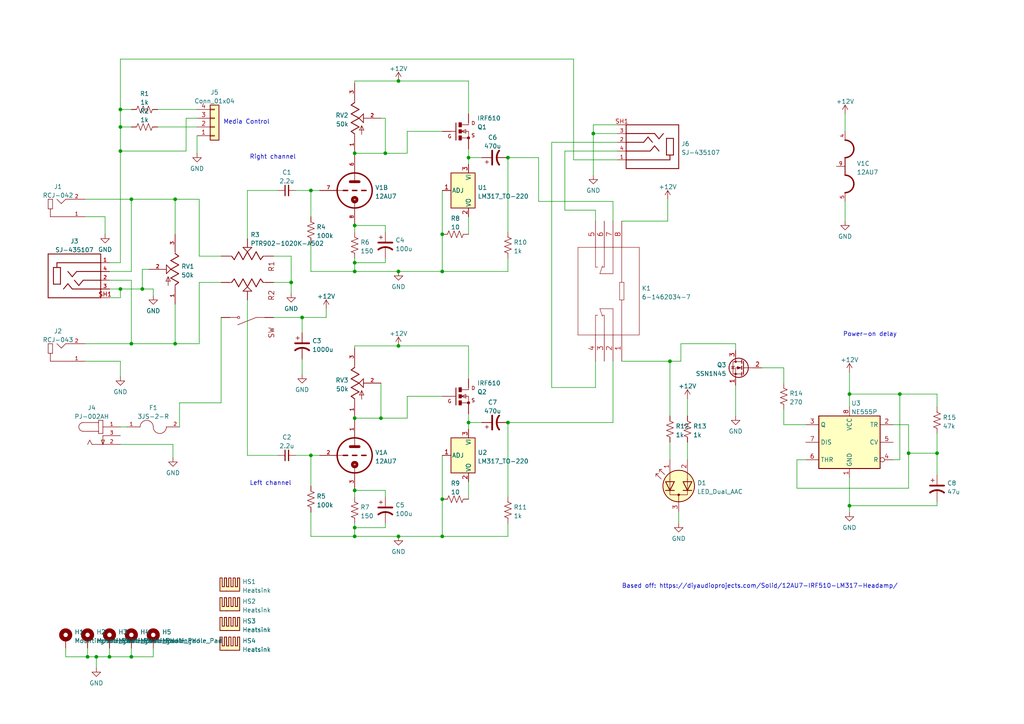
<source format=kicad_sch>
(kicad_sch (version 20211123) (generator eeschema)
  (paper "A4")
  (lib_symbols
    (symbol "12AU7:12AU7" (pin_names (offset 1.016) hide)
      (property "Reference" "V" (at 2.54 7.62 0))
      (property "Value" "12AU7" (at 2.54 5.08 0))
      (symbol "12AU7_1_0"
        (pin passive line (at 0 10.16 270) (length 5.08) (name "~") (number "1"))
        (pin passive line (at -10.16 0 0) (length 5.08) (name "~") (number "2"))
        (pin passive line (at 0 -10.16 90) (length 5.08) (name "~") (number "3"))
      )
      (symbol "12AU7_2_0"
        (pin passive line (at 0 10.16 270) (length 5.08) (name "~") (number "6"))
        (pin passive line (at -10.16 0 0) (length 5.08) (name "~") (number "7"))
        (pin passive line (at 0 -10.16 90) (length 5.08) (name "~") (number "8"))
      )
      (symbol "12AU7_3_0"
        (pin passive line (at 0 10.16 270) (length 2.54) (name "~") (number "4"))
        (pin passive line (at 0 -10.16 90) (length 2.54) (name "~") (number "5"))
        (pin passive line (at -2.54 0 0) (length 2.54) (name "~") (number "9"))
      )
      (symbol "12AU7_4_0"
        (pin passive line (at 0 0 0) (length 5.08) (name "~") (number "10"))
      )
    )
    (symbol "2022-06-17_01-41-22:PC323-12L-X" (pin_names (offset 0.254) hide)
      (property "Reference" "K" (at 20.32 10.16 0))
      (property "Value" "PC323-12L-X" (at 20.32 7.62 0))
      (symbol "PC323-12L-X_1_1"
        (pin unspecified line (at 0 0 0) (length 7.62) (name "1") (number "1"))
        (pin unspecified line (at 0 -2.54 0) (length 7.62) (name "2") (number "2"))
        (pin unspecified line (at 0 -5.08 0) (length 7.62) (name "3") (number "3"))
        (pin unspecified line (at 0 -7.62 0) (length 7.62) (name "4") (number "4"))
        (pin unspecified line (at 40.64 -7.62 180) (length 7.62) (name "5") (number "5"))
        (pin unspecified line (at 40.64 -5.08 180) (length 7.62) (name "6") (number "6"))
        (pin unspecified line (at 40.64 -2.54 180) (length 7.62) (name "7") (number "7"))
        (pin unspecified line (at 40.64 0 180) (length 7.62) (name "8") (number "8"))
      )
    )
    (symbol "3362P-1-503:3362P-1-503" (pin_names (offset 1.016) hide)
      (property "Reference" "VR" (at -10.1854 2.54 0))
      (property "Value" "3362P-1-503" (at -10.16 -7.6454 0))
      (symbol "3362P-1-503_0_0"
        (pin passive line (at -10.16 0 0) (length 5.08) (name "~") (number "1"))
        (pin passive line (at 0 -7.62 90) (length 5.08) (name "~") (number "2"))
        (pin passive line (at 10.16 0 180) (length 5.08) (name "~") (number "3"))
      )
    )
    (symbol "3JS-2-R:3JS-2-R" (pin_names (offset 1.016) hide)
      (property "Reference" "F" (at -5.08 2.54 0))
      (property "Value" "3JS-2-R" (at -5.08 -3.81 0))
      (symbol "3JS-2-R_0_0"
        (pin passive line (at -7.62 0 0) (length 2.54) (name "~") (number "1"))
        (pin passive line (at 7.62 0 180) (length 2.54) (name "~") (number "2"))
      )
    )
    (symbol "Connector_Generic:Conn_01x04" (pin_names (offset 1.016) hide)
      (property "Reference" "J" (at 0 5.08 0))
      (property "Value" "Conn_01x04" (at 0 -7.62 0))
      (symbol "Conn_01x04_1_1"
        (pin passive line (at -5.08 2.54 0) (length 3.81) (name "Pin_1") (number "1"))
        (pin passive line (at -5.08 0 0) (length 3.81) (name "Pin_2") (number "2"))
        (pin passive line (at -5.08 -2.54 0) (length 3.81) (name "Pin_3") (number "3"))
        (pin passive line (at -5.08 -5.08 0) (length 3.81) (name "Pin_4") (number "4"))
      )
    )
    (symbol "Device:C_Polarized_US" (pin_numbers hide) (pin_names (offset 0.254) hide)
      (property "Reference" "C" (at 0.635 2.54 0))
      (property "Value" "C_Polarized_US" (at 0.635 -2.54 0))
      (symbol "C_Polarized_US_1_1"
        (pin passive line (at 0 3.81 270) (length 2.794) (name "~") (number "1"))
        (pin passive line (at 0 -3.81 90) (length 3.302) (name "~") (number "2"))
      )
    )
    (symbol "Device:C_Small" (pin_numbers hide) (pin_names (offset 0.254) hide)
      (property "Reference" "C" (at 0.254 1.778 0))
      (property "Value" "C_Small" (at 0.254 -2.032 0))
      (symbol "C_Small_1_1"
        (pin passive line (at 0 2.54 270) (length 2.032) (name "~") (number "1"))
        (pin passive line (at 0 -2.54 90) (length 2.032) (name "~") (number "2"))
      )
    )
    (symbol "Device:LED_Dual_AAC" (pin_names (offset 0) hide)
      (property "Reference" "D" (at 0 5.715 0))
      (property "Value" "LED_Dual_AAC" (at 0 -6.35 0))
      (symbol "LED_Dual_AAC_1_1"
        (pin input line (at 7.62 2.54 180) (length 3.81) (name "A1") (number "1"))
        (pin input line (at 7.62 -2.54 180) (length 3.81) (name "A2") (number "2"))
        (pin input line (at -7.62 0 0) (length 3.048) (name "K") (number "3"))
      )
    )
    (symbol "Device:R_US" (pin_numbers hide) (pin_names (offset 0))
      (property "Reference" "R" (at 2.54 0 90))
      (property "Value" "R_US" (at -2.54 0 90))
      (symbol "R_US_1_1"
        (pin passive line (at 0 3.81 270) (length 1.27) (name "~") (number "1"))
        (pin passive line (at 0 -3.81 90) (length 1.27) (name "~") (number "2"))
      )
    )
    (symbol "IRF510:IRF510" (pin_numbers hide) (pin_names (offset 1.016) hide)
      (property "Reference" "Q" (at -9.144 5.08 0))
      (property "Value" "IRF510" (at -9.144 2.794 0))
      (symbol "IRF510_0_0"
        (text "D" (at 3.302 1.778 0) (effects (font (size 1.016 1.016)) (justify left bottom)))
        (text "G" (at -3.556 -2.032 0) (effects (font (size 1.016 1.016)) (justify left bottom)))
        (text "S" (at 3.302 -1.778 0) (effects (font (size 1.016 1.016)) (justify left bottom)))
        (pin passive line (at -5.08 0 0) (length 2.54) (name "~") (number "1"))
        (pin passive line (at 2.54 5.08 270) (length 2.54) (name "~") (number "2"))
        (pin passive line (at 2.54 -5.08 90) (length 2.54) (name "~") (number "3"))
      )
    )
    (symbol "Mechanical:Heatsink" (pin_names (offset 1.016))
      (property "Reference" "HS" (at 0 5.08 0))
      (property "Value" "Heatsink" (at 0 -1.27 0))
    )
    (symbol "Mechanical:MountingHole_Pad" (pin_numbers hide) (pin_names (offset 1.016) hide)
      (property "Reference" "H" (at 0 6.35 0))
      (property "Value" "MountingHole_Pad" (at 0 4.445 0))
      (symbol "MountingHole_Pad_1_1"
        (pin input line (at 0 -2.54 90) (length 2.54) (name "1") (number "1"))
      )
    )
    (symbol "PJ-002AH:PJ-002AH" (pin_names (offset 1.016) hide)
      (property "Reference" "J" (at -7.62 5.08 0))
      (property "Value" "PJ-002AH" (at -7.62 -5.08 0))
      (symbol "PJ-002AH_0_0"
        (pin passive line (at 5.08 2.54 180) (length 5.08) (name "~") (number "1"))
        (pin passive line (at 5.08 -2.54 180) (length 5.08) (name "~") (number "2"))
        (pin passive line (at 5.08 0 180) (length 5.08) (name "~") (number "3"))
      )
    )
    (symbol "PTR902-1020K-A502:PTR902-1020K-A502" (pin_numbers hide) (pin_names (offset 1.016) hide)
      (property "Reference" "R" (at -22.86 2.54 0))
      (property "Value" "PTR902-1020K-A502" (at -22.86 0 0))
      (symbol "PTR902-1020K-A502_0_0"
        (text "R1" (at 3.048 -7.874 0) (effects (font (size 1.524 1.524)) (justify left bottom)))
        (text "R2" (at -5.334 -7.874 0) (effects (font (size 1.524 1.524)) (justify left bottom)))
        (text "SW" (at -16.256 -7.874 0) (effects (font (size 1.524 1.524)) (justify left bottom)))
        (pin passive line (at -10.16 -7.62 90) (length 2.54) (name "~") (number "COM"))
        (pin passive line (at -10.16 7.62 270) (length 2.54) (name "~") (number "NO"))
        (pin passive line (at 7.62 -7.62 90) (length 2.54) (name "~") (number "R1_1"))
        (pin passive line (at 12.7 0 180) (length 2.54) (name "~") (number "R1_2"))
        (pin passive line (at 7.62 7.62 270) (length 2.54) (name "~") (number "R1_3"))
        (pin passive line (at 0 -7.62 90) (length 2.54) (name "~") (number "R2_1"))
        (pin passive line (at -5.08 0 0) (length 2.54) (name "~") (number "R2_2"))
        (pin passive line (at 0 7.62 270) (length 2.54) (name "~") (number "R2_3"))
      )
    )
    (symbol "RCJ-042:RCJ-042" (pin_names (offset 1.016) hide)
      (property "Reference" "J" (at -5.6388 4.0894 0))
      (property "Value" "RCJ-042" (at -5.1308 -5.6388 0))
      (symbol "RCJ-042_0_0"
        (pin passive line (at 5.08 -2.54 180) (length 5.08) (name "~") (number "1"))
        (pin passive line (at 5.08 2.54 180) (length 5.08) (name "~") (number "2"))
      )
    )
    (symbol "RCJ-043:RCJ-043" (pin_names (offset 1.016) hide)
      (property "Reference" "J" (at -5.6388 4.0894 0))
      (property "Value" "RCJ-043" (at -5.1308 -5.6388 0))
      (symbol "RCJ-043_0_0"
        (pin passive line (at 5.08 -2.54 180) (length 5.08) (name "~") (number "1"))
        (pin passive line (at 5.08 2.54 180) (length 5.08) (name "~") (number "2"))
      )
    )
    (symbol "Regulator_Linear:LM317_TO-220" (pin_names (offset 0.254))
      (property "Reference" "U" (at -3.81 3.175 0))
      (property "Value" "LM317_TO-220" (at 0 3.175 0))
      (symbol "LM317_TO-220_1_1"
        (pin input line (at 0 -7.62 90) (length 2.54) (name "ADJ") (number "1"))
        (pin power_out line (at 7.62 0 180) (length 2.54) (name "VO") (number "2"))
        (pin power_in line (at -7.62 0 0) (length 2.54) (name "VI") (number "3"))
      )
    )
    (symbol "SJ-435107:SJ-435107" (pin_names (offset 1.016) hide)
      (property "Reference" "J" (at -7.6454 8.4074 0))
      (property "Value" "SJ-435107" (at -7.6454 -7.6454 0))
      (symbol "SJ-435107_0_0"
        (pin passive line (at 10.16 5.08 180) (length 2.54) (name "~") (number "1"))
        (pin passive line (at 10.16 0 180) (length 2.54) (name "~") (number "2"))
        (pin passive line (at 10.16 -2.54 180) (length 2.54) (name "~") (number "3"))
        (pin passive line (at 10.16 2.54 180) (length 2.54) (name "~") (number "4"))
      )
      (symbol "SJ-435107_1_1"
        (pin passive line (at 10.16 -5.08 180) (length 2.54) (name "Shield") (number "SH1"))
      )
    )
    (symbol "SJ-435107_1" (pin_names (offset 1.016) hide)
      (property "Reference" "J" (at -7.6454 8.4074 0))
      (property "Value" "SJ-435107_1" (at -7.6454 -7.6454 0))
      (symbol "SJ-435107_1_0_0"
        (pin passive line (at 10.16 5.08 180) (length 2.54) (name "~") (number "1"))
        (pin passive line (at 10.16 0 180) (length 2.54) (name "~") (number "2"))
        (pin passive line (at 10.16 -2.54 180) (length 2.54) (name "~") (number "3"))
        (pin passive line (at 10.16 2.54 180) (length 2.54) (name "~") (number "4"))
      )
      (symbol "SJ-435107_1_1_1"
        (pin passive line (at 10.16 -5.08 180) (length 2.54) (name "Shield") (number "SH1"))
      )
    )
    (symbol "Timer:NE555P"
      (property "Reference" "U" (at -10.16 8.89 0))
      (property "Value" "NE555P" (at 2.54 8.89 0))
      (symbol "NE555P_0_0"
        (pin power_in line (at 0 -10.16 90) (length 2.54) (name "GND") (number "1"))
        (pin power_in line (at 0 10.16 270) (length 2.54) (name "VCC") (number "8"))
      )
      (symbol "NE555P_1_1"
        (pin input line (at -12.7 5.08 0) (length 3.81) (name "TR") (number "2"))
        (pin output line (at 12.7 5.08 180) (length 3.81) (name "Q") (number "3"))
        (pin input inverted (at -12.7 -5.08 0) (length 3.81) (name "R") (number "4"))
        (pin input line (at -12.7 0 0) (length 3.81) (name "CV") (number "5"))
        (pin input line (at 12.7 -5.08 180) (length 3.81) (name "THR") (number "6"))
        (pin input line (at 12.7 0 180) (length 3.81) (name "DIS") (number "7"))
      )
    )
    (symbol "Transistor_FET:2N7000" (pin_names hide)
      (property "Reference" "Q" (at 5.08 1.905 0))
      (property "Value" "2N7000" (at 5.08 0 0))
      (symbol "2N7000_1_1"
        (pin passive line (at 2.54 -5.08 90) (length 2.54) (name "S") (number "1"))
        (pin input line (at -5.08 0 0) (length 2.54) (name "G") (number "2"))
        (pin passive line (at 2.54 5.08 270) (length 2.54) (name "D") (number "3"))
      )
    )
    (symbol "power:+12V" (power) (pin_names (offset 0))
      (property "Value" "+12V" (at 0 3.556 0))
      (symbol "+12V_1_1"
        (pin power_in line (at 0 0 90) (length 0) hide (name "+12V") (number "1"))
      )
    )
    (symbol "power:GND" (power) (pin_names (offset 0))
      (property "Value" "GND" (at 0 -3.81 0))
      (symbol "GND_1_1"
        (pin power_in line (at 0 0 270) (length 0) hide (name "GND") (number "1"))
      )
    )
  )
  (junction (at 246.38 114.3))
  (junction (at 90.17 132.08))
  (junction (at 41.275 83.82))
  (junction (at 271.78 131.445))
  (junction (at 50.8 99.695))
  (junction (at 194.31 104.775))
  (junction (at 115.57 23.495))
  (junction (at 34.925 31.75))
  (junction (at 102.87 78.74))
  (junction (at 111.76 44.45))
  (junction (at 260.985 114.3))
  (junction (at 102.87 44.45))
  (junction (at 128.27 155.575))
  (junction (at 263.525 131.445))
  (junction (at 34.925 43.815))
  (junction (at 102.87 153.035))
  (junction (at 84.455 81.915))
  (junction (at 34.925 36.83))
  (junction (at 90.17 55.245))
  (junction (at 34.925 83.82))
  (junction (at 31.75 190.5))
  (junction (at 128.27 67.945))
  (junction (at 135.89 45.72))
  (junction (at 102.87 155.575))
  (junction (at 172.085 38.735))
  (junction (at 38.1 190.5))
  (junction (at 135.89 122.555))
  (junction (at 38.1 57.785))
  (junction (at 115.57 100.33))
  (junction (at 147.32 122.555))
  (junction (at 50.8 57.785))
  (junction (at 102.87 65.405))
  (junction (at 25.4 190.5))
  (junction (at 147.32 45.72))
  (junction (at 115.57 78.74))
  (junction (at 102.87 142.24))
  (junction (at 38.1 99.695))
  (junction (at 102.87 76.2))
  (junction (at 115.57 155.575))
  (junction (at 27.94 190.5))
  (junction (at 128.27 144.78))
  (junction (at 128.27 78.74))
  (junction (at 246.38 146.685))
  (junction (at 110.49 121.285))
  (junction (at 102.87 121.285))
  (junction (at 87.63 92.075))
  (wire (pts (xy 193.675 64.135) (xy 193.675 57.785)))
  (wire (pts (xy 31.75 190.5) (xy 38.1 190.5)))
  (wire (pts (xy 102.87 23.495) (xy 102.87 24.13)))
  (wire (pts (xy 128.27 144.78) (xy 128.27 155.575)))
  (wire (pts (xy 24.765 62.865) (xy 30.48 62.865)))
  (wire (pts (xy 128.27 55.245) (xy 128.27 67.945)))
  (wire (pts (xy 233.68 123.19) (xy 227.33 123.19)))
  (wire (pts (xy 128.27 155.575) (xy 115.57 155.575)))
  (wire (pts (xy 27.94 190.5) (xy 27.94 193.675)))
  (wire (pts (xy 94.615 89.535) (xy 94.615 92.075)))
  (wire (pts (xy 102.87 153.035) (xy 111.76 153.035)))
  (wire (pts (xy 31.75 81.28) (xy 38.1 81.28)))
  (wire (pts (xy 263.525 123.19) (xy 259.08 123.19)))
  (wire (pts (xy 227.33 106.68) (xy 227.33 111.125)))
  (wire (pts (xy 147.32 45.72) (xy 147.32 67.31)))
  (wire (pts (xy 31.75 86.36) (xy 34.925 86.36)))
  (wire (pts (xy 135.89 139.7) (xy 135.89 144.78)))
  (wire (pts (xy 115.57 100.33) (xy 135.89 100.33)))
  (wire (pts (xy 135.89 45.72) (xy 139.7 45.72)))
  (wire (pts (xy 227.33 123.19) (xy 227.33 118.745)))
  (wire (pts (xy 135.89 43.18) (xy 135.89 45.72)))
  (wire (pts (xy 34.925 31.75) (xy 34.925 36.83)))
  (wire (pts (xy 111.76 44.45) (xy 102.87 44.45)))
  (wire (pts (xy 156.21 45.72) (xy 156.21 58.42)))
  (wire (pts (xy 50.8 57.785) (xy 57.785 57.785)))
  (wire (pts (xy 246.38 114.3) (xy 246.38 118.11)))
  (wire (pts (xy 135.89 45.72) (xy 135.89 47.625)))
  (wire (pts (xy 102.87 76.2) (xy 111.76 76.2)))
  (wire (pts (xy 102.87 100.33) (xy 102.87 100.965)))
  (wire (pts (xy 246.38 107.95) (xy 246.38 114.3)))
  (wire (pts (xy 79.375 74.295) (xy 84.455 74.295)))
  (wire (pts (xy 110.49 121.285) (xy 102.87 121.285)))
  (wire (pts (xy 179.07 38.735) (xy 172.085 38.735)))
  (wire (pts (xy 52.07 116.84) (xy 52.07 123.825)))
  (wire (pts (xy 52.07 116.84) (xy 64.135 116.84)))
  (wire (pts (xy 111.76 74.93) (xy 111.76 76.2)))
  (wire (pts (xy 147.32 122.555) (xy 147.32 144.145)))
  (wire (pts (xy 166.37 46.355) (xy 166.37 17.145)))
  (wire (pts (xy 196.85 148.59) (xy 196.85 151.765)))
  (wire (pts (xy 34.925 104.775) (xy 34.925 109.22)))
  (wire (pts (xy 24.765 104.775) (xy 34.925 104.775)))
  (wire (pts (xy 50.8 57.785) (xy 50.8 67.945)))
  (wire (pts (xy 166.37 17.145) (xy 34.925 17.145)))
  (wire (pts (xy 92.71 132.08) (xy 90.17 132.08)))
  (wire (pts (xy 111.76 34.29) (xy 111.76 44.45)))
  (wire (pts (xy 231.14 141.605) (xy 263.525 141.605)))
  (wire (pts (xy 71.755 55.245) (xy 80.645 55.245)))
  (wire (pts (xy 44.45 190.5) (xy 38.1 190.5)))
  (wire (pts (xy 245.11 33.02) (xy 245.11 38.1)))
  (wire (pts (xy 177.8 122.555) (xy 177.8 104.775)))
  (wire (pts (xy 31.75 83.82) (xy 34.925 83.82)))
  (wire (pts (xy 260.985 114.3) (xy 246.38 114.3)))
  (wire (pts (xy 271.78 131.445) (xy 271.78 137.795)))
  (wire (pts (xy 24.765 99.695) (xy 38.1 99.695)))
  (wire (pts (xy 71.755 132.08) (xy 80.645 132.08)))
  (wire (pts (xy 41.275 83.82) (xy 44.45 83.82)))
  (wire (pts (xy 128.27 114.935) (xy 118.11 114.935)))
  (wire (pts (xy 34.925 128.905) (xy 50.165 128.905)))
  (wire (pts (xy 111.76 67.31) (xy 111.76 65.405)))
  (wire (pts (xy 111.76 144.145) (xy 111.76 142.24)))
  (wire (pts (xy 79.375 81.915) (xy 84.455 81.915)))
  (wire (pts (xy 118.11 114.935) (xy 118.11 121.285)))
  (wire (pts (xy 194.31 128.27) (xy 194.31 133.35)))
  (wire (pts (xy 263.525 141.605) (xy 263.525 131.445)))
  (wire (pts (xy 85.725 132.08) (xy 90.17 132.08)))
  (wire (pts (xy 260.985 133.35) (xy 260.985 114.3)))
  (wire (pts (xy 111.76 142.24) (xy 102.87 142.24)))
  (wire (pts (xy 50.8 99.695) (xy 57.785 99.695)))
  (wire (pts (xy 115.57 23.495) (xy 135.89 23.495)))
  (wire (pts (xy 135.89 100.33) (xy 135.89 109.855)))
  (wire (pts (xy 163.83 43.815) (xy 179.07 43.815)))
  (wire (pts (xy 53.975 43.815) (xy 34.925 43.815)))
  (wire (pts (xy 199.39 128.27) (xy 199.39 133.35)))
  (wire (pts (xy 118.11 121.285) (xy 110.49 121.285)))
  (wire (pts (xy 87.63 104.14) (xy 87.63 108.585)))
  (wire (pts (xy 71.755 86.995) (xy 71.755 132.08)))
  (wire (pts (xy 156.21 58.42) (xy 177.8 58.42)))
  (wire (pts (xy 102.87 142.24) (xy 102.87 144.145)))
  (wire (pts (xy 38.1 57.785) (xy 50.8 57.785)))
  (wire (pts (xy 38.1 190.5) (xy 38.1 187.96)))
  (wire (pts (xy 34.925 86.36) (xy 34.925 83.82)))
  (wire (pts (xy 102.87 100.33) (xy 115.57 100.33)))
  (wire (pts (xy 246.38 138.43) (xy 246.38 146.685)))
  (wire (pts (xy 41.275 78.105) (xy 41.275 83.82)))
  (wire (pts (xy 50.165 128.905) (xy 50.165 132.715)))
  (wire (pts (xy 213.36 111.76) (xy 213.36 120.65)))
  (wire (pts (xy 128.27 155.575) (xy 147.32 155.575)))
  (wire (pts (xy 115.57 78.74) (xy 102.87 78.74)))
  (wire (pts (xy 172.72 112.395) (xy 172.72 104.775)))
  (wire (pts (xy 194.31 104.775) (xy 197.485 104.775)))
  (wire (pts (xy 102.87 151.765) (xy 102.87 153.035)))
  (wire (pts (xy 34.925 43.815) (xy 34.925 76.2)))
  (wire (pts (xy 90.17 55.245) (xy 90.17 62.865)))
  (wire (pts (xy 172.085 38.735) (xy 172.085 50.8)))
  (wire (pts (xy 160.02 41.275) (xy 179.07 41.275)))
  (wire (pts (xy 57.15 39.37) (xy 57.15 44.45)))
  (wire (pts (xy 41.275 78.105) (xy 43.18 78.105)))
  (wire (pts (xy 27.94 190.5) (xy 31.75 190.5)))
  (wire (pts (xy 44.45 187.96) (xy 44.45 190.5)))
  (wire (pts (xy 118.11 38.1) (xy 118.11 44.45)))
  (wire (pts (xy 64.135 92.075) (xy 64.135 116.84)))
  (wire (pts (xy 45.72 31.75) (xy 57.15 31.75)))
  (wire (pts (xy 38.1 99.695) (xy 50.8 99.695)))
  (wire (pts (xy 57.785 81.915) (xy 64.135 81.915)))
  (wire (pts (xy 24.765 57.785) (xy 38.1 57.785)))
  (wire (pts (xy 25.4 187.96) (xy 25.4 190.5)))
  (wire (pts (xy 128.27 67.945) (xy 128.27 78.74)))
  (wire (pts (xy 85.725 55.245) (xy 90.17 55.245)))
  (wire (pts (xy 179.07 46.355) (xy 166.37 46.355)))
  (wire (pts (xy 31.75 78.74) (xy 38.1 78.74)))
  (wire (pts (xy 128.27 38.1) (xy 118.11 38.1)))
  (wire (pts (xy 84.455 74.295) (xy 84.455 81.915)))
  (wire (pts (xy 34.925 123.825) (xy 36.83 123.825)))
  (wire (pts (xy 19.05 190.5) (xy 25.4 190.5)))
  (wire (pts (xy 135.89 62.865) (xy 135.89 67.945)))
  (wire (pts (xy 111.76 65.405) (xy 102.87 65.405)))
  (wire (pts (xy 147.32 78.74) (xy 147.32 74.93)))
  (wire (pts (xy 197.485 99.695) (xy 213.36 99.695)))
  (wire (pts (xy 135.89 122.555) (xy 139.7 122.555)))
  (wire (pts (xy 118.11 44.45) (xy 111.76 44.45)))
  (wire (pts (xy 102.87 65.405) (xy 102.87 67.31)))
  (wire (pts (xy 30.48 62.865) (xy 30.48 67.945)))
  (wire (pts (xy 172.72 60.96) (xy 172.72 64.135)))
  (wire (pts (xy 271.78 114.3) (xy 260.985 114.3)))
  (wire (pts (xy 179.07 36.195) (xy 172.085 36.195)))
  (wire (pts (xy 50.8 88.265) (xy 50.8 99.695)))
  (wire (pts (xy 128.27 132.08) (xy 128.27 144.78)))
  (wire (pts (xy 180.34 64.135) (xy 193.675 64.135)))
  (wire (pts (xy 44.45 83.82) (xy 44.45 85.725)))
  (wire (pts (xy 34.925 83.82) (xy 41.275 83.82)))
  (wire (pts (xy 84.455 81.915) (xy 84.455 85.09)))
  (wire (pts (xy 90.17 70.485) (xy 90.17 78.74)))
  (wire (pts (xy 194.31 104.775) (xy 194.31 120.65)))
  (wire (pts (xy 271.78 146.685) (xy 271.78 145.415)))
  (wire (pts (xy 53.975 34.29) (xy 57.15 34.29)))
  (wire (pts (xy 19.05 187.96) (xy 19.05 190.5)))
  (wire (pts (xy 57.785 81.915) (xy 57.785 99.695)))
  (wire (pts (xy 38.1 78.74) (xy 38.1 57.785)))
  (wire (pts (xy 160.02 112.395) (xy 172.72 112.395)))
  (wire (pts (xy 34.925 36.83) (xy 34.925 43.815)))
  (wire (pts (xy 34.925 36.83) (xy 38.1 36.83)))
  (wire (pts (xy 160.02 112.395) (xy 160.02 41.275)))
  (wire (pts (xy 53.975 34.29) (xy 53.975 43.815)))
  (wire (pts (xy 111.76 151.765) (xy 111.76 153.035)))
  (wire (pts (xy 197.485 104.775) (xy 197.485 99.695)))
  (wire (pts (xy 92.71 55.245) (xy 90.17 55.245)))
  (wire (pts (xy 102.87 78.74) (xy 90.17 78.74)))
  (wire (pts (xy 163.83 60.96) (xy 172.72 60.96)))
  (wire (pts (xy 57.785 74.295) (xy 64.135 74.295)))
  (wire (pts (xy 233.68 133.35) (xy 231.14 133.35)))
  (wire (pts (xy 38.1 31.75) (xy 34.925 31.75)))
  (wire (pts (xy 102.87 155.575) (xy 90.17 155.575)))
  (wire (pts (xy 115.57 155.575) (xy 102.87 155.575)))
  (wire (pts (xy 128.27 78.74) (xy 147.32 78.74)))
  (wire (pts (xy 34.925 76.2) (xy 31.75 76.2)))
  (wire (pts (xy 71.755 55.245) (xy 71.755 69.215)))
  (wire (pts (xy 246.38 146.685) (xy 246.38 148.59)))
  (wire (pts (xy 57.785 74.295) (xy 57.785 57.785)))
  (wire (pts (xy 45.72 36.83) (xy 57.15 36.83)))
  (wire (pts (xy 263.525 131.445) (xy 263.525 123.19)))
  (wire (pts (xy 25.4 190.5) (xy 27.94 190.5)))
  (wire (pts (xy 246.38 146.685) (xy 271.78 146.685)))
  (wire (pts (xy 147.32 45.72) (xy 156.21 45.72)))
  (wire (pts (xy 213.36 99.695) (xy 213.36 101.6)))
  (wire (pts (xy 102.87 153.035) (xy 102.87 155.575)))
  (wire (pts (xy 90.17 132.08) (xy 90.17 140.97)))
  (wire (pts (xy 102.87 76.2) (xy 102.87 78.74)))
  (wire (pts (xy 87.63 92.075) (xy 87.63 96.52)))
  (wire (pts (xy 31.75 187.96) (xy 31.75 190.5)))
  (wire (pts (xy 177.8 58.42) (xy 177.8 64.135)))
  (wire (pts (xy 259.08 133.35) (xy 260.985 133.35)))
  (wire (pts (xy 38.1 81.28) (xy 38.1 99.695)))
  (wire (pts (xy 110.49 34.29) (xy 111.76 34.29)))
  (wire (pts (xy 147.32 155.575) (xy 147.32 151.765)))
  (wire (pts (xy 135.89 120.015) (xy 135.89 122.555)))
  (wire (pts (xy 102.87 121.285) (xy 102.87 121.92)))
  (wire (pts (xy 102.87 74.93) (xy 102.87 76.2)))
  (wire (pts (xy 90.17 148.59) (xy 90.17 155.575)))
  (wire (pts (xy 147.32 122.555) (xy 177.8 122.555)))
  (wire (pts (xy 34.925 17.145) (xy 34.925 31.75)))
  (wire (pts (xy 271.78 125.73) (xy 271.78 131.445)))
  (wire (pts (xy 271.78 118.11) (xy 271.78 114.3)))
  (wire (pts (xy 94.615 92.075) (xy 87.63 92.075)))
  (wire (pts (xy 102.87 44.45) (xy 102.87 45.085)))
  (wire (pts (xy 199.39 115.57) (xy 199.39 120.65)))
  (wire (pts (xy 220.98 106.68) (xy 227.33 106.68)))
  (wire (pts (xy 163.83 43.815) (xy 163.83 60.96)))
  (wire (pts (xy 180.34 104.775) (xy 194.31 104.775)))
  (wire (pts (xy 87.63 92.075) (xy 79.375 92.075)))
  (wire (pts (xy 135.89 23.495) (xy 135.89 33.02)))
  (wire (pts (xy 102.87 23.495) (xy 115.57 23.495)))
  (wire (pts (xy 172.085 36.195) (xy 172.085 38.735)))
  (wire (pts (xy 110.49 111.125) (xy 110.49 121.285)))
  (wire (pts (xy 135.89 122.555) (xy 135.89 124.46)))
  (wire (pts (xy 245.11 58.42) (xy 245.11 64.135)))
  (wire (pts (xy 128.27 78.74) (xy 115.57 78.74)))
  (wire (pts (xy 263.525 131.445) (xy 271.78 131.445)))
  (wire (pts (xy 231.14 133.35) (xy 231.14 141.605)))
  (text "Right channel" (at 72.39 46.355 0) (effects (font (size 1.27 1.27)) (justify left bottom)))
  (text "Left channel" (at 72.39 140.97 0) (effects (font (size 1.27 1.27)) (justify left bottom)))
  (text "Based off: https://diyaudioprojects.com/Solid/12AU7-IRF510-LM317-Headamp/" (at 180.34 170.815 0) (effects (font (size 1.27 1.27)) (justify left bottom)))
  (text "Media Control" (at 64.77 36.195 0) (effects (font (size 1.27 1.27)) (justify left bottom)))
  (text "Power-on delay" (at 244.475 97.79 0) (effects (font (size 1.27 1.27)) (justify left bottom)))
  (symbol (lib_id "Device:C_Small") (at 83.185 132.08 90) (unit 1)
    (property "Reference" "C2" (at 83.1913 126.8181 90))
    (property "Value" "2.2u" (at 83.1913 129.355 90))
    (property "Footprint" "Capacitor_THT:C_Rect_L7.2mm_W5.5mm_P5.00mm_FKS2_FKP2_MKS2_MKP2" (effects hide))
    (property "SUPPLIER_URL" "https://www.digikey.com.au/en/products/detail/kemet/R82CC4220Z370J/4833336" (effects hide))
    (property "PRICE" "1.84" (effects hide))
  )
  (symbol (lib_id "power:+12V") (at 199.39 115.57 0) (unit 1)
    (property "Reference" "#PWR017" (effects hide))
    (property "Value" "+12V" (at 199.39 111.9942 0))
  )
  (symbol (lib_id "Mechanical:MountingHole_Pad") (at 19.05 185.42 0) (unit 1)
    (property "Reference" "H1" (at 21.59 183.3153 0) (effects (justify left)))
    (property "Value" "MountingHole_Pad" (at 21.59 185.8522 0) (effects (justify left)))
    (property "Footprint" "MountingHole:MountingHole_3.2mm_M3_Pad_Via" (effects hide))
  )
  (symbol (lib_id "RCJ-042:RCJ-042") (at 19.685 60.325 0) (unit 1)
    (property "Reference" "J1" (at 16.8275 54.136 0))
    (property "Value" "RCJ-042" (at 16.8275 56.6729 0))
    (property "Footprint" "rca:CUI_RCJ-042" (effects hide))
    (property "PRICE" "2.44" (effects hide))
    (property "MF" "CUI Devices" (effects hide))
    (property "PACKAGE" "None" (effects hide))
    (property "DESCRIPTION" "Metal Right-Angle, RCA Jack, Red Housing and Insulation" (effects hide))
    (property "AVAILABILITY" "Unavailable" (effects hide))
    (property "MP" "RCJ-042" (effects hide))
    (property "CUI_PURCHASE_URL" "https://www.cuidevices.com/product/interconnect/connectors/rca-connectors/rcj-04-series?utm_source=snapeda.com&utm_medium=referral&utm_campaign=snapedaBOM" (effects hide))
    (property "SUPPLIER_URL" "https://www.digikey.com.au/en/products/detail/cui-devices/RCJ-042/408506" (effects hide))
  )
  (symbol (lib_id "Device:C_Polarized_US") (at 111.76 71.12 0) (unit 1)
    (property "Reference" "C4" (at 114.681 69.6503 0) (effects (justify left)))
    (property "Value" "100u" (at 114.681 72.1872 0) (effects (justify left)))
    (property "Footprint" "rubycon:25ZL100MEFCT16.3X11" (effects hide))
    (property "SUPPLIER_URL" "https://www.digikey.com.au/en/products/detail/rubycon/25ZL100MEFCT16-3X11/3567835" (effects hide))
    (property "PRICE" "0.49" (effects hide))
  )
  (symbol (lib_id "power:GND") (at 50.165 132.715 0) (unit 1)
    (property "Reference" "#PWR05" (effects hide))
    (property "Value" "GND" (at 50.165 137.1584 0))
  )
  (symbol (lib_id "12AU7:12AU7") (at 102.87 55.245 0) (unit 2)
    (property "Reference" "V1" (at 108.7882 54.4103 0) (effects (justify left)))
    (property "Value" "12AU7" (at 108.7882 56.9472 0) (effects (justify left)))
    (property "Footprint" "12au7:socket_gzc9-b" (effects hide))
    (property "SUPPLIER_URL" "https://www.ebay.com.au/itm/314046270418" (effects hide))
  )
  (symbol (lib_id "Device:R_US") (at 102.87 147.955 0) (unit 1)
    (property "Reference" "R7" (at 104.521 147.1203 0) (effects (justify left)))
    (property "Value" "150" (at 104.521 149.6572 0) (effects (justify left)))
    (property "Footprint" "Resistor_THT:R_Axial_DIN0309_L9.0mm_D3.2mm_P12.70mm_Horizontal" (effects hide))
    (property "SUPPLIER_URL" "https://www.digikey.com.au/en/products/detail/vishay-beyschlag-draloric-bc-components/MBA02040C1500FCT00/5062292" (effects hide))
    (property "PRICE" "0.36" (effects hide))
  )
  (symbol (lib_id "Mechanical:MountingHole_Pad") (at 44.45 185.42 0) (unit 1)
    (property "Reference" "H5" (at 46.99 183.3153 0) (effects (justify left)))
    (property "Value" "MountingHole_Pad" (at 46.99 185.8522 0) (effects (justify left)))
    (property "Footprint" "MountingHole:MountingHole_3.2mm_M3_Pad_Via" (effects hide))
  )
  (symbol (lib_id "SJ-435107:SJ-435107") (at 189.23 41.275 180) (unit 1)
    (property "Reference" "J6" (at 197.612 41.7103 0) (effects (justify right)))
    (property "Value" "SJ-435107" (at 197.612 44.2472 0) (effects (justify right)))
    (property "Footprint" "CUI_SJ-435107" (effects hide))
    (property "MP" "SJ-435107" (effects hide))
    (property "PRICE" "0.98 USD" (effects hide))
    (property "PACKAGE" "None" (effects hide))
    (property "AVAILABILITY" "Good" (effects hide))
    (property "MF" "CUI" (effects hide))
    (property "DESCRIPTION" "Female 4C/4C Shielded Through Hole Right Angle 3.5 mm Audio Jack" (effects hide))
  )
  (symbol (lib_id "power:GND") (at 246.38 148.59 0) (unit 1)
    (property "Reference" "#PWR022" (effects hide))
    (property "Value" "GND" (at 246.38 153.0334 0))
  )
  (symbol (lib_id "Mechanical:Heatsink") (at 66.675 171.45 0) (unit 1)
    (property "Reference" "HS1" (at 70.2818 168.7103 0) (effects (justify left)))
    (property "Value" "Heatsink" (at 70.2818 171.2472 0) (effects (justify left)))
    (property "Footprint" "heatsink:heatsink_19x13mm" (effects hide))
    (property "SUPPLIER_URL" "https://www.digikey.com.au/en/products/detail/aavid-thermal-division-of-boyd-corporation/577002B00000G/102507" (effects hide))
    (property "PRICE" "0.43" (effects hide))
  )
  (symbol (lib_id "Mechanical:MountingHole_Pad") (at 25.4 185.42 0) (unit 1)
    (property "Reference" "H2" (at 27.94 183.3153 0) (effects (justify left)))
    (property "Value" "MountingHole_Pad" (at 27.94 185.8522 0) (effects (justify left)))
    (property "Footprint" "MountingHole:MountingHole_3.2mm_M3_Pad_Via" (effects hide))
  )
  (symbol (lib_id "Mechanical:MountingHole_Pad") (at 31.75 185.42 0) (unit 1)
    (property "Reference" "H3" (at 34.29 183.3153 0) (effects (justify left)))
    (property "Value" "MountingHole_Pad" (at 34.29 185.8522 0) (effects (justify left)))
    (property "Footprint" "MountingHole:MountingHole_3.2mm_M3_Pad_Via" (effects hide))
  )
  (symbol (lib_id "Transistor_FET:2N7000") (at 215.9 106.68 0) (mirror y) (unit 1)
    (property "Reference" "Q3" (at 210.6931 105.8453 0) (effects (justify left)))
    (property "Value" "SSN1N45" (at 210.6931 108.3822 0) (effects (justify left)))
    (property "Footprint" "Package_TO_SOT_THT:TO-92_Inline_Wide" (effects hide))
    (property "Datasheet" "https://media.digikey.com/pdf/Data%20Sheets/ON%20Semiconductor%20PDFs/SSM1N45B.pdf" (effects hide))
    (property "PRICE" "0.95" (effects hide))
    (property "SUPPLIER_URL" "https://www.digikey.com.au/en/products/detail/onsemi/SSN1N45BTA/1052982" (effects hide))
  )
  (symbol (lib_id "Device:C_Polarized_US") (at 87.63 100.33 0) (unit 1)
    (property "Reference" "C3" (at 90.551 98.8603 0) (effects (justify left)))
    (property "Value" "1000u" (at 90.551 101.3972 0) (effects (justify left)))
    (property "Footprint" "w_capacitors:CP_10x20mm_horiz-L" (effects hide))
    (property "SUPPLIER_URL" "https://www.digikey.com.au/en/products/detail/rubycon/25ZLS1000MEFC10X20/4977135" (effects hide))
    (property "PRICE" "1.25" (effects hide))
  )
  (symbol (lib_id "power:GND") (at 245.11 64.135 0) (unit 1)
    (property "Reference" "#PWR020" (effects hide))
    (property "Value" "GND" (at 245.11 68.5784 0))
  )
  (symbol (lib_id "Device:C_Polarized_US") (at 271.78 141.605 0) (unit 1)
    (property "Reference" "C8" (at 274.701 140.1353 0) (effects (justify left)))
    (property "Value" "47u" (at 274.701 142.6722 0) (effects (justify left)))
    (property "Footprint" "Capacitor_THT:CP_Radial_D5.0mm_P2.50mm" (effects hide))
    (property "SUPPLIER_URL" "https://www.digikey.com.au/en/products/detail/rubycon/25ZLG47MEFC6-3X7/3563043" (effects hide))
    (property "PRICE" "0.48" (effects hide))
  )
  (symbol (lib_id "Device:R_US") (at 132.08 144.78 90) (unit 1)
    (property "Reference" "R9" (at 132.08 140.1912 90))
    (property "Value" "10" (at 132.08 142.7281 90))
    (property "Footprint" "Resistor_THT:R_Axial_DIN0309_L9.0mm_D3.2mm_P12.70mm_Horizontal" (effects hide))
    (property "SUPPLIER_URL" "https://www.digikey.com.au/en/products/detail/vishay-beyschlag-draloric-bc-components/SFR25H0001009FR500/5065713" (effects hide))
    (property "PRICE" "0.36" (effects hide))
  )
  (symbol (lib_id "PJ-002AH:PJ-002AH") (at 29.845 126.365 0) (unit 1)
    (property "Reference" "J4" (at 26.6065 118.271 0))
    (property "Value" "PJ-002AH" (at 26.6065 120.8079 0))
    (property "Footprint" "power:CUI_PJ-002AH" (effects hide))
    (property "MANUFACTURER" "CUI INC" (effects hide))
    (property "STANDARD" "Manufacturer recommendations" (effects hide))
    (property "SUPPLIER_URL" "https://www.digikey.com.au/en/products/detail/cui-devices/PJ-002AH/408446" (effects hide))
    (property "PRICE" "1.19" (effects hide))
  )
  (symbol (lib_id "12AU7:12AU7") (at 245.11 48.26 0) (unit 3)
    (property "Reference" "V1" (at 248.4882 47.4253 0) (effects (justify left)))
    (property "Value" "12AU7" (at 248.4882 49.9622 0) (effects (justify left)))
    (property "Footprint" "12au7:socket_gzc9-b" (effects hide))
    (property "SUPPLIER_URL" "https://www.ebay.com.au/itm/314046270418" (effects hide))
  )
  (symbol (lib_id "Mechanical:Heatsink") (at 66.675 182.88 0) (unit 1)
    (property "Reference" "HS3" (at 70.2818 180.1403 0) (effects (justify left)))
    (property "Value" "Heatsink" (at 70.2818 182.6772 0) (effects (justify left)))
    (property "Footprint" "heatsink:heatsink_19x13mm" (effects hide))
    (property "SUPPLIER_URL" "https://www.digikey.com.au/en/products/detail/aavid-thermal-division-of-boyd-corporation/577002B00000G/102507" (effects hide))
    (property "PRICE" "0.43" (effects hide))
  )
  (symbol (lib_id "3362P-1-503:3362P-1-503") (at 102.87 111.125 90) (unit 1)
    (property "Reference" "RV3" (at 101.0921 110.2903 90) (effects (justify left)))
    (property "Value" "50k" (at 101.0921 112.8272 90) (effects (justify left)))
    (property "Footprint" "Potentiometer_THT:Potentiometer_Bourns_3296W_Vertical" (effects hide))
    (property "MF" "Bourns" (effects hide))
    (property "PARTREV" "08/26/10" (effects hide))
    (property "MP" "3362P-1-205LF" (effects hide))
    (property "STANDARD" "Manufacturer Recommendation" (effects hide))
    (property "SUPPLIER_URL" "https://www.ebay.com.au/itm/165184663837" (effects hide))
  )
  (symbol (lib_id "power:+12V") (at 193.675 57.785 0) (unit 1)
    (property "Reference" "#PWR015" (effects hide))
    (property "Value" "+12V" (at 193.675 54.2092 0))
  )
  (symbol (lib_id "Device:C_Polarized_US") (at 143.51 122.555 90) (unit 1)
    (property "Reference" "C7" (at 142.875 116.6962 90))
    (property "Value" "470u" (at 142.875 119.2331 90))
    (property "Footprint" "Capacitor_THT:CP_Radial_D10.0mm_P5.00mm" (effects hide))
    (property "SUPPLIER_URL" "https://www.digikey.com.au/en/products/detail/rubycon/25ZLJ470M10X12-5/3134209" (effects hide))
    (property "PRICE" "1.04" (effects hide))
  )
  (symbol (lib_id "RCJ-043:RCJ-043") (at 19.685 102.235 0) (unit 1)
    (property "Reference" "J2" (at 16.8275 96.046 0))
    (property "Value" "RCJ-043" (at 16.8275 98.5829 0))
    (property "Footprint" "rca:CUI_RCJ-043" (effects hide))
    (property "DESCRIPTION" "Metal Right-Angle, RCA Jack, White Housing and Insulation" (effects hide))
    (property "AVAILABILITY" "Unavailable" (effects hide))
    (property "PRICE" "2.44" (effects hide))
    (property "MF" "CUI Devices" (effects hide))
    (property "PACKAGE" "None" (effects hide))
    (property "CUI_PURCHASE_URL" "https://www.cuidevices.com/product/interconnect/connectors/rca-connectors/rcj-04-series?utm_source=snapeda.com&utm_medium=referral&utm_campaign=snapedaBOM" (effects hide))
    (property "MP" "RCJ-043" (effects hide))
    (property "SUPPLIER_URL" "https://www.digikey.com.au/en/products/detail/cui-devices/RCJ-043/408507" (effects hide))
  )
  (symbol (lib_id "Regulator_Linear:LM317_TO-220") (at 135.89 55.245 270) (unit 1)
    (property "Reference" "U1" (at 138.557 54.4103 90) (effects (justify left)))
    (property "Value" "LM317_TO-220" (at 138.557 56.9472 90) (effects (justify left)))
    (property "Footprint" "Package_TO_SOT_THT:TO-220-3_Horizontal_TabDown" (effects hide))
    (property "Datasheet" "http://www.ti.com/lit/ds/symlink/lm317.pdf" (effects hide))
    (property "SUPPLIER_URL" "https://www.digikey.com.au/en/products/detail/onsemi/LM317MABTG/1476820" (effects hide))
    (property "PRICE" "1.23" (effects hide))
  )
  (symbol (lib_id "Device:R_US") (at 147.32 147.955 180) (unit 1)
    (property "Reference" "R11" (at 148.971 147.1203 0) (effects (justify right)))
    (property "Value" "1k" (at 148.971 149.6572 0) (effects (justify right)))
    (property "Footprint" "Resistor_THT:R_Axial_DIN0309_L9.0mm_D3.2mm_P12.70mm_Horizontal" (effects hide))
    (property "SUPPLIER_URL" "https://www.digikey.com.au/en/products/detail/vishay-beyschlag-draloric-bc-components/SFR2500001001FR500/595699" (effects hide))
  )
  (symbol (lib_id "power:+12V") (at 94.615 89.535 0) (unit 1)
    (property "Reference" "#PWR09" (effects hide))
    (property "Value" "+12V" (at 94.615 85.9592 0))
  )
  (symbol (lib_id "PTR902-1020K-A502:PTR902-1020K-A502") (at 71.755 81.915 90) (unit 1)
    (property "Reference" "R3" (at 72.6439 68.0806 90) (effects (justify right)))
    (property "Value" "PTR902-1020K-A502" (at 72.6439 70.6175 90) (effects (justify right)))
    (property "Footprint" "pot:TRIM_PTR902-1020K-A502" (effects hide))
    (property "MANUFACTURER" "Bourns" (effects hide))
    (property "MAXIMUM_PACKAGE_HEIGHT" "11.9mm" (effects hide))
    (property "PARTREV" "10/19" (effects hide))
    (property "STANDARD" "Manufacturer Recommendations" (effects hide))
    (property "SUPPLIER_URL" "https://www.digikey.com.au/en/products/detail/bourns-inc/PTR902-2015K-A104/3780813" (effects hide))
    (property "PRICE" "6.10" (effects hide))
  )
  (symbol (lib_id "Device:R_US") (at 90.17 144.78 0) (unit 1)
    (property "Reference" "R5" (at 91.821 143.9453 0) (effects (justify left)))
    (property "Value" "100k" (at 91.821 146.4822 0) (effects (justify left)))
    (property "Footprint" "Resistor_THT:R_Axial_DIN0309_L9.0mm_D3.2mm_P12.70mm_Horizontal" (effects hide))
    (property "SUPPLIER_URL" "https://www.digikey.com.au/en/products/detail/vishay-beyschlag-draloric-bc-components/HVR2500001003FR500/719270" (effects hide))
    (property "PRICE" "0.64" (effects hide))
  )
  (symbol (lib_id "power:GND") (at 115.57 78.74 0) (unit 1)
    (property "Reference" "#PWR011" (effects hide))
    (property "Value" "GND" (at 115.57 83.1834 0))
  )
  (symbol (lib_id "Connector_Generic:Conn_01x04") (at 62.23 36.83 0) (mirror x) (unit 1)
    (property "Reference" "J5" (at 62.23 26.7802 0))
    (property "Value" "Conn_01x04" (at 62.23 29.3171 0))
    (property "Footprint" "Connector_PinHeader_2.54mm:PinHeader_1x04_P2.54mm_Vertical" (effects hide))
  )
  (symbol (lib_id "Device:R_US") (at 102.87 71.12 0) (unit 1)
    (property "Reference" "R6" (at 104.521 70.2853 0) (effects (justify left)))
    (property "Value" "150" (at 104.521 72.8222 0) (effects (justify left)))
    (property "Footprint" "Resistor_THT:R_Axial_DIN0309_L9.0mm_D3.2mm_P12.70mm_Horizontal" (effects hide))
    (property "SUPPLIER_URL" "https://www.digikey.com.au/en/products/detail/vishay-beyschlag-draloric-bc-components/MBA02040C1500FCT00/5062292" (effects hide))
    (property "PRICE" "0.36" (effects hide))
  )
  (symbol (lib_id "power:+12V") (at 115.57 100.33 0) (unit 1)
    (property "Reference" "#PWR012" (effects hide))
    (property "Value" "+12V" (at 115.57 96.7542 0))
  )
  (symbol (lib_id "power:GND") (at 84.455 85.09 0) (unit 1)
    (property "Reference" "#PWR07" (effects hide))
    (property "Value" "GND" (at 84.455 89.5334 0))
  )
  (symbol (lib_name "SJ-435107_1") (lib_id "SJ-435107:SJ-435107") (at 21.59 81.28 0) (unit 1)
    (property "Reference" "J3" (at 21.59 69.9602 0))
    (property "Value" "SJ-435107" (at 21.59 72.4971 0))
    (property "Footprint" "CUI_SJ-435107" (effects hide))
    (property "MP" "SJ-435107" (effects hide))
    (property "PRICE" "0.98 USD" (effects hide))
    (property "PACKAGE" "None" (effects hide))
    (property "AVAILABILITY" "Good" (effects hide))
    (property "MF" "CUI" (effects hide))
    (property "DESCRIPTION" "Female 4C/4C Shielded Through Hole Right Angle 3.5 mm Audio Jack" (effects hide))
  )
  (symbol (lib_id "3362P-1-503:3362P-1-503") (at 50.8 78.105 270) (mirror x) (unit 1)
    (property "Reference" "RV1" (at 52.578 77.2703 90) (effects (justify left)))
    (property "Value" "50k" (at 52.578 79.8072 90) (effects (justify left)))
    (property "Footprint" "Potentiometer_THT:Potentiometer_Bourns_3296W_Vertical" (effects hide))
    (property "MF" "Bourns" (effects hide))
    (property "PARTREV" "08/26/10" (effects hide))
    (property "MP" "3362P-1-205LF" (effects hide))
    (property "STANDARD" "Manufacturer Recommendation" (effects hide))
    (property "SUPPLIER_URL" "https://www.ebay.com.au/itm/165184663837" (effects hide))
  )
  (symbol (lib_id "Regulator_Linear:LM317_TO-220") (at 135.89 132.08 270) (unit 1)
    (property "Reference" "U2" (at 138.557 131.2453 90) (effects (justify left)))
    (property "Value" "LM317_TO-220" (at 138.557 133.7822 90) (effects (justify left)))
    (property "Footprint" "Package_TO_SOT_THT:TO-220-3_Horizontal_TabDown" (effects hide))
    (property "Datasheet" "http://www.ti.com/lit/ds/symlink/lm317.pdf" (effects hide))
    (property "SUPPLIER_URL" "https://www.digikey.com.au/en/products/detail/onsemi/LM317MABTG/1476820" (effects hide))
    (property "PRICE" "1.23" (effects hide))
  )
  (symbol (lib_id "power:+12V") (at 115.57 23.495 0) (unit 1)
    (property "Reference" "#PWR010" (effects hide))
    (property "Value" "+12V" (at 115.57 19.9192 0))
  )
  (symbol (lib_id "Timer:NE555P") (at 246.38 128.27 0) (mirror y) (unit 1)
    (property "Reference" "U3" (at 246.9006 116.9502 0) (effects (justify right)))
    (property "Value" "NE555P" (at 246.9006 119.4871 0) (effects (justify right)))
    (property "Footprint" "Package_DIP:DIP-8_W7.62mm" (effects hide))
    (property "Datasheet" "http://www.ti.com/lit/ds/symlink/ne555.pdf" (effects hide))
  )
  (symbol (lib_id "Device:R_US") (at 199.39 124.46 180) (unit 1)
    (property "Reference" "R13" (at 201.041 123.6253 0) (effects (justify right)))
    (property "Value" "1k" (at 201.041 126.1622 0) (effects (justify right)))
    (property "Footprint" "Resistor_THT:R_Axial_DIN0309_L9.0mm_D3.2mm_P12.70mm_Horizontal" (effects hide))
    (property "SUPPLIER_URL" "https://www.digikey.com.au/en/products/detail/vishay-beyschlag-draloric-bc-components/SFR2500001001FR500/595699" (effects hide))
  )
  (symbol (lib_id "power:GND") (at 34.925 109.22 0) (unit 1)
    (property "Reference" "#PWR03" (effects hide))
    (property "Value" "GND" (at 34.925 113.6634 0))
  )
  (symbol (lib_id "Device:C_Polarized_US") (at 111.76 147.955 0) (unit 1)
    (property "Reference" "C5" (at 114.681 146.4853 0) (effects (justify left)))
    (property "Value" "100u" (at 114.681 149.0222 0) (effects (justify left)))
    (property "Footprint" "rubycon:25ZL100MEFCT16.3X11" (effects hide))
    (property "SUPPLIER_URL" "https://www.digikey.com.au/en/products/detail/rubycon/25ZL100MEFCT16-3X11/3567835" (effects hide))
    (property "PRICE" "0.49" (effects hide))
  )
  (symbol (lib_id "Device:C_Small") (at 83.185 55.245 90) (unit 1)
    (property "Reference" "C1" (at 83.1913 49.9831 90))
    (property "Value" "2.2u" (at 83.1913 52.52 90))
    (property "Footprint" "Capacitor_THT:C_Rect_L7.2mm_W5.5mm_P5.00mm_FKS2_FKP2_MKS2_MKP2" (effects hide))
    (property "SUPPLIER_URL" "https://www.digikey.com.au/en/products/detail/kemet/R82CC4220Z370J/4833336" (effects hide))
    (property "PRICE" "1.84" (effects hide))
  )
  (symbol (lib_id "3JS-2-R:3JS-2-R") (at 44.45 123.825 0) (unit 1)
    (property "Reference" "F1" (at 44.45 118.271 0))
    (property "Value" "3JS-2-R" (at 44.45 120.8079 0))
    (property "Footprint" "fuses:3JS 1-R" (effects hide))
    (property "STANDARD" "IPC-7351B" (effects hide))
    (property "MAXIMUM_PACKAGE_HEIGHT" "7.0mm" (effects hide))
    (property "MANUFACTURER" "Belfuse" (effects hide))
    (property "PARTREV" "3SB Dec2019" (effects hide))
    (property "SUPPLIER_URL" "https://www.digikey.com.au/en/products/detail/bel-fuse-inc/3JS-2-R/1010090" (effects hide))
    (property "PRICE" "0.67" (effects hide))
  )
  (symbol (lib_id "Device:R_US") (at 90.17 66.675 0) (unit 1)
    (property "Reference" "R4" (at 91.821 65.8403 0) (effects (justify left)))
    (property "Value" "100k" (at 91.821 68.3772 0) (effects (justify left)))
    (property "Footprint" "Resistor_THT:R_Axial_DIN0309_L9.0mm_D3.2mm_P12.70mm_Horizontal" (effects hide))
    (property "SUPPLIER_URL" "https://www.digikey.com.au/en/products/detail/vishay-beyschlag-draloric-bc-components/HVR2500001003FR500/719270" (effects hide))
    (property "PRICE" "0.64" (effects hide))
  )
  (symbol (lib_id "Device:LED_Dual_AAC") (at 196.85 140.97 90) (unit 1)
    (property "Reference" "D1" (at 202.184 140.0718 90) (effects (justify right)))
    (property "Value" "LED_Dual_AAC" (at 202.184 142.6087 90) (effects (justify right)))
    (property "Footprint" "LED_THT:LED_D3.0mm-3" (effects hide))
    (property "SUPPLIER_URL" "https://www.digikey.com.au/en/products/detail/kingbright/WP115VEGW/3084058" (effects hide))
    (property "PRICE" "0.82" (effects hide))
  )
  (symbol (lib_id "power:GND") (at 57.15 44.45 0) (unit 1)
    (property "Reference" "#PWR06" (effects hide))
    (property "Value" "GND" (at 57.15 48.8934 0))
  )
  (symbol (lib_id "Mechanical:MountingHole_Pad") (at 38.1 185.42 0) (unit 1)
    (property "Reference" "H4" (at 40.64 183.3153 0) (effects (justify left)))
    (property "Value" "MountingHole_Pad" (at 40.64 185.8522 0) (effects (justify left)))
    (property "Footprint" "MountingHole:MountingHole_3.2mm_M3_Pad_Via" (effects hide))
  )
  (symbol (lib_id "3362P-1-503:3362P-1-503") (at 102.87 34.29 90) (unit 1)
    (property "Reference" "RV2" (at 101.0921 33.4553 90) (effects (justify left)))
    (property "Value" "50k" (at 101.0921 35.9922 90) (effects (justify left)))
    (property "Footprint" "Potentiometer_THT:Potentiometer_Bourns_3296W_Vertical" (effects hide))
    (property "MF" "Bourns" (effects hide))
    (property "PARTREV" "08/26/10" (effects hide))
    (property "MP" "3362P-1-205LF" (effects hide))
    (property "STANDARD" "Manufacturer Recommendation" (effects hide))
    (property "SUPPLIER_URL" "https://www.ebay.com.au/itm/165184663837" (effects hide))
  )
  (symbol (lib_id "IRF510:IRF510") (at 133.35 114.935 0) (unit 1)
    (property "Reference" "Q2" (at 138.43 113.6792 0) (effects (justify left)))
    (property "Value" "IRF610" (at 138.43 111.125 0) (effects (justify left)))
    (property "Footprint" "Package_TO_SOT_THT:TO-220-3_Horizontal_TabDown" (effects hide))
    (property "SUPPLIER_URL" "https://www.digikey.com.au/en/products/detail/vishay-siliconix/IRF610PBF-BE3/12396470" (effects hide))
    (property "PRICE" "1.46" (effects hide))
  )
  (symbol (lib_id "power:GND") (at 172.085 50.8 0) (unit 1)
    (property "Reference" "#PWR014" (effects hide))
    (property "Value" "GND" (at 172.085 55.2434 0))
  )
  (symbol (lib_id "power:+12V") (at 246.38 107.95 0) (unit 1)
    (property "Reference" "#PWR021" (effects hide))
    (property "Value" "+12V" (at 246.38 104.3742 0))
  )
  (symbol (lib_id "power:GND") (at 30.48 67.945 0) (unit 1)
    (property "Reference" "#PWR02" (effects hide))
    (property "Value" "GND" (at 30.48 72.3884 0))
  )
  (symbol (lib_id "power:GND") (at 44.45 85.725 0) (unit 1)
    (property "Reference" "#PWR04" (effects hide))
    (property "Value" "GND" (at 44.45 90.1684 0))
  )
  (symbol (lib_id "2022-06-17_01-41-22:PC323-12L-X") (at 180.34 104.775 270) (mirror x) (unit 1)
    (property "Reference" "K1" (at 186.1185 83.6203 90) (effects (justify left)))
    (property "Value" "6-1462034-7" (at 186.1185 86.1572 90) (effects (justify left)))
    (property "Footprint" "footprints:PC323-12L-X" (effects hide))
    (property "EU_RoHS_Compliance" "Compliant" (effects hide))
    (property "Comment" "6-1462034-7" (effects hide))
    (property "SUPPLIER_URL" "https://www.digikey.com.au/en/products/detail/picker-components/PC323-12L-X/12352828" (effects hide))
    (property "DESCRIPTION" "DPDT 12v relay" (effects hide))
    (property "PRICE" "1.90" (effects hide))
  )
  (symbol (lib_id "Device:R_US") (at 271.78 121.92 0) (unit 1)
    (property "Reference" "R15" (at 273.431 121.0853 0) (effects (justify left)))
    (property "Value" "47k" (at 273.431 123.6222 0) (effects (justify left)))
    (property "Footprint" "Resistor_THT:R_Axial_DIN0309_L9.0mm_D3.2mm_P12.70mm_Horizontal" (effects hide))
  )
  (symbol (lib_id "Device:R_US") (at 194.31 124.46 180) (unit 1)
    (property "Reference" "R12" (at 195.961 123.6253 0) (effects (justify right)))
    (property "Value" "1k" (at 195.961 126.1622 0) (effects (justify right)))
    (property "Footprint" "Resistor_THT:R_Axial_DIN0309_L9.0mm_D3.2mm_P12.70mm_Horizontal" (effects hide))
    (property "SUPPLIER_URL" "https://www.digikey.com.au/en/products/detail/vishay-beyschlag-draloric-bc-components/SFR2500001001FR500/595699" (effects hide))
  )
  (symbol (lib_id "Device:R_US") (at 41.91 31.75 270) (unit 1)
    (property "Reference" "R1" (at 41.91 27.1612 90))
    (property "Value" "1k" (at 41.91 29.6981 90))
    (property "Footprint" "Resistor_THT:R_Axial_DIN0309_L9.0mm_D3.2mm_P12.70mm_Horizontal" (effects hide))
    (property "SUPPLIER_URL" "https://www.digikey.com.au/en/products/detail/vishay-beyschlag-draloric-bc-components/SFR2500001001FR500/595699" (effects hide))
  )
  (symbol (lib_id "power:GND") (at 213.36 120.65 0) (unit 1)
    (property "Reference" "#PWR018" (effects hide))
    (property "Value" "GND" (at 213.36 125.0934 0))
  )
  (symbol (lib_id "Device:R_US") (at 132.08 67.945 90) (unit 1)
    (property "Reference" "R8" (at 132.08 63.3562 90))
    (property "Value" "10" (at 132.08 65.8931 90))
    (property "Footprint" "Resistor_THT:R_Axial_DIN0309_L9.0mm_D3.2mm_P12.70mm_Horizontal" (effects hide))
    (property "SUPPLIER_URL" "https://www.digikey.com.au/en/products/detail/vishay-beyschlag-draloric-bc-components/SFR25H0001009FR500/5065713" (effects hide))
    (property "PRICE" "0.36" (effects hide))
  )
  (symbol (lib_id "power:GND") (at 115.57 155.575 0) (unit 1)
    (property "Reference" "#PWR013" (effects hide))
    (property "Value" "GND" (at 115.57 160.0184 0))
  )
  (symbol (lib_id "power:+12V") (at 245.11 33.02 0) (unit 1)
    (property "Reference" "#PWR019" (effects hide))
    (property "Value" "+12V" (at 245.11 29.4442 0))
  )
  (symbol (lib_id "IRF510:IRF510") (at 133.35 38.1 0) (unit 1)
    (property "Reference" "Q1" (at 138.43 36.8442 0) (effects (justify left)))
    (property "Value" "IRF610" (at 138.43 34.29 0) (effects (justify left)))
    (property "Footprint" "Package_TO_SOT_THT:TO-220-3_Horizontal_TabDown" (effects hide))
    (property "SUPPLIER_URL" "https://www.digikey.com.au/en/products/detail/vishay-siliconix/IRF610PBF-BE3/12396470" (effects hide))
    (property "PRICE" "1.46" (effects hide))
  )
  (symbol (lib_id "Device:C_Polarized_US") (at 143.51 45.72 90) (unit 1)
    (property "Reference" "C6" (at 142.875 39.8612 90))
    (property "Value" "470u" (at 142.875 42.3981 90))
    (property "Footprint" "Capacitor_THT:CP_Radial_D10.0mm_P5.00mm" (effects hide))
    (property "SUPPLIER_URL" "https://www.digikey.com.au/en/products/detail/rubycon/25ZLJ470M10X12-5/3134209" (effects hide))
    (property "PRICE" "1.04" (effects hide))
  )
  (symbol (lib_id "power:GND") (at 196.85 151.765 0) (unit 1)
    (property "Reference" "#PWR016" (effects hide))
    (property "Value" "GND" (at 196.85 156.2084 0))
  )
  (symbol (lib_id "Device:R_US") (at 227.33 114.935 0) (unit 1)
    (property "Reference" "R14" (at 228.981 114.1003 0) (effects (justify left)))
    (property "Value" "270" (at 228.981 116.6372 0) (effects (justify left)))
    (property "Footprint" "Resistor_THT:R_Axial_DIN0309_L9.0mm_D3.2mm_P12.70mm_Horizontal" (effects hide))
  )
  (symbol (lib_id "12AU7:12AU7") (at 102.87 132.08 0) (unit 1)
    (property "Reference" "V1" (at 108.7882 131.2453 0) (effects (justify left)))
    (property "Value" "12AU7" (at 108.7882 133.7822 0) (effects (justify left)))
    (property "Footprint" "12au7:socket_gzc9-b" (effects hide))
    (property "SUPPLIER_URL" "https://www.ebay.com.au/itm/314046270418" (effects hide))
  )
  (symbol (lib_id "power:GND") (at 87.63 108.585 0) (unit 1)
    (property "Reference" "#PWR08" (effects hide))
    (property "Value" "GND" (at 87.63 113.0284 0))
  )
  (symbol (lib_id "Device:R_US") (at 41.91 36.83 270) (unit 1)
    (property "Reference" "R2" (at 41.91 32.2412 90))
    (property "Value" "1k" (at 41.91 34.7781 90))
    (property "Footprint" "Resistor_THT:R_Axial_DIN0309_L9.0mm_D3.2mm_P12.70mm_Horizontal" (effects hide))
    (property "SUPPLIER_URL" "https://www.digikey.com.au/en/products/detail/vishay-beyschlag-draloric-bc-components/SFR2500001001FR500/595699" (effects hide))
  )
  (symbol (lib_id "Device:R_US") (at 147.32 71.12 180) (unit 1)
    (property "Reference" "R10" (at 148.971 70.2853 0) (effects (justify right)))
    (property "Value" "1k" (at 148.971 72.8222 0) (effects (justify right)))
    (property "Footprint" "Resistor_THT:R_Axial_DIN0309_L9.0mm_D3.2mm_P12.70mm_Horizontal" (effects hide))
    (property "SUPPLIER_URL" "https://www.digikey.com.au/en/products/detail/vishay-beyschlag-draloric-bc-components/SFR2500001001FR500/595699" (effects hide))
  )
  (symbol (lib_id "Mechanical:Heatsink") (at 66.675 188.595 0) (unit 1)
    (property "Reference" "HS4" (at 70.2818 185.8553 0) (effects (justify left)))
    (property "Value" "Heatsink" (at 70.2818 188.3922 0) (effects (justify left)))
    (property "Footprint" "heatsink:heatsink_19x13mm" (effects hide))
    (property "SUPPLIER_URL" "https://www.digikey.com.au/en/products/detail/aavid-thermal-division-of-boyd-corporation/577002B00000G/102507" (effects hide))
    (property "PRICE" "0.43" (effects hide))
  )
  (symbol (lib_id "Mechanical:Heatsink") (at 66.675 177.165 0) (unit 1)
    (property "Reference" "HS2" (at 70.2818 174.4253 0) (effects (justify left)))
    (property "Value" "Heatsink" (at 70.2818 176.9622 0) (effects (justify left)))
    (property "Footprint" "heatsink:heatsink_19x13mm" (effects hide))
    (property "SUPPLIER_URL" "https://www.digikey.com.au/en/products/detail/aavid-thermal-division-of-boyd-corporation/577002B00000G/102507" (effects hide))
    (property "PRICE" "0.43" (effects hide))
  )
  (symbol (lib_id "power:GND") (at 27.94 193.675 0) (unit 1)
    (property "Reference" "#PWR01" (effects hide))
    (property "Value" "GND" (at 27.94 198.1184 0))
  )
)
</source>
